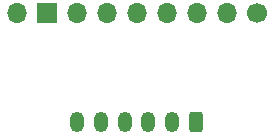
<source format=gbr>
G04 This is an RS-274x file exported by *
G04 gerbv version 2.6A *
G04 More information is available about gerbv at *
G04 http://gerbv.geda-project.org/ *
G04 --End of header info--*
%MOIN*%
%FSLAX34Y34*%
%IPPOS*%
G04 --Define apertures--*
%ADD10C,0.0079*%
%ADD11O,0.0472X0.0689*%
%AMMACRO12*
4,1,4,-0.011811,-0.022638,0.011811,-0.022638,0.011811,0.022638,-0.011811,0.022638,-0.011811,-0.022638,0.000000*
1,1,0.023622,-0.011811,-0.022638*
1,1,0.023622,0.011811,-0.022638*
1,1,0.023622,0.011811,0.022638*
1,1,0.023622,-0.011811,0.022638*
20,1,0.023622,-0.011811,-0.022638,0.011811,-0.022638,0.000000*
20,1,0.023622,0.011811,-0.022638,0.011811,0.022638,0.000000*
20,1,0.023622,0.011811,0.022638,-0.011811,0.022638,0.000000*
20,1,0.023622,-0.011811,0.022638,-0.011811,-0.022638,0.000000*
%
%ADD12MACRO12*%
%ADD13C,0.0669*%
%ADD14O,0.0669X0.0669*%
%ADD15R,0.0669X0.0669*%
G04 --Start main section--*
G54D11*
G01X0058531Y-045135D03*
G01X0059319Y-045135D03*
G01X0060106Y-045135D03*
G01X0060894Y-045135D03*
G01X0061681Y-045135D03*
G54D12*
G01X0062469Y-045135D03*
G54D13*
G01X0064500Y-041500D03*
G54D14*
G01X0063500Y-041500D03*
G01X0062500Y-041500D03*
G01X0061500Y-041500D03*
G01X0060500Y-041500D03*
G01X0059500Y-041500D03*
G01X0058500Y-041500D03*
G54D15*
G01X0057500Y-041500D03*
G54D14*
G01X0056500Y-041500D03*
M02*

</source>
